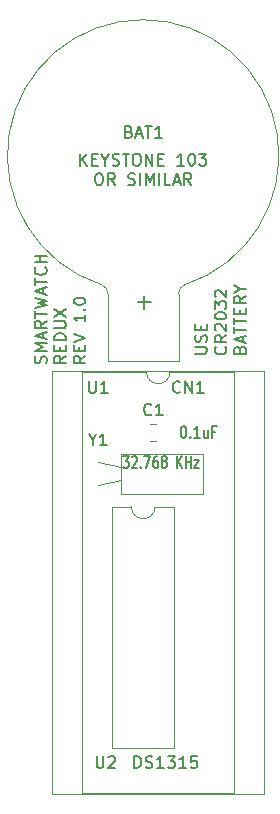
<source format=gto>
%TF.GenerationSoftware,KiCad,Pcbnew,(5.1.9)-1*%
%TF.CreationDate,2021-02-16T22:08:35+08:00*%
%TF.ProjectId,SmartWatchRedux,536d6172-7457-4617-9463-685265647578,rev?*%
%TF.SameCoordinates,Original*%
%TF.FileFunction,Legend,Top*%
%TF.FilePolarity,Positive*%
%FSLAX46Y46*%
G04 Gerber Fmt 4.6, Leading zero omitted, Abs format (unit mm)*
G04 Created by KiCad (PCBNEW (5.1.9)-1) date 2021-02-16 22:08:35*
%MOMM*%
%LPD*%
G01*
G04 APERTURE LIST*
%ADD10C,0.150000*%
%ADD11C,0.120000*%
G04 APERTURE END LIST*
D10*
X108609761Y-61434023D02*
X108657380Y-61291166D01*
X108657380Y-61053071D01*
X108609761Y-60957833D01*
X108562142Y-60910214D01*
X108466904Y-60862595D01*
X108371666Y-60862595D01*
X108276428Y-60910214D01*
X108228809Y-60957833D01*
X108181190Y-61053071D01*
X108133571Y-61243547D01*
X108085952Y-61338785D01*
X108038333Y-61386404D01*
X107943095Y-61434023D01*
X107847857Y-61434023D01*
X107752619Y-61386404D01*
X107705000Y-61338785D01*
X107657380Y-61243547D01*
X107657380Y-61005452D01*
X107705000Y-60862595D01*
X108657380Y-60434023D02*
X107657380Y-60434023D01*
X108371666Y-60100690D01*
X107657380Y-59767357D01*
X108657380Y-59767357D01*
X108371666Y-59338785D02*
X108371666Y-58862595D01*
X108657380Y-59434023D02*
X107657380Y-59100690D01*
X108657380Y-58767357D01*
X108657380Y-57862595D02*
X108181190Y-58195928D01*
X108657380Y-58434023D02*
X107657380Y-58434023D01*
X107657380Y-58053071D01*
X107705000Y-57957833D01*
X107752619Y-57910214D01*
X107847857Y-57862595D01*
X107990714Y-57862595D01*
X108085952Y-57910214D01*
X108133571Y-57957833D01*
X108181190Y-58053071D01*
X108181190Y-58434023D01*
X107657380Y-57576880D02*
X107657380Y-57005452D01*
X108657380Y-57291166D02*
X107657380Y-57291166D01*
X107657380Y-56767357D02*
X108657380Y-56529261D01*
X107943095Y-56338785D01*
X108657380Y-56148309D01*
X107657380Y-55910214D01*
X108371666Y-55576880D02*
X108371666Y-55100690D01*
X108657380Y-55672119D02*
X107657380Y-55338785D01*
X108657380Y-55005452D01*
X107657380Y-54814976D02*
X107657380Y-54243547D01*
X108657380Y-54529261D02*
X107657380Y-54529261D01*
X108562142Y-53338785D02*
X108609761Y-53386404D01*
X108657380Y-53529261D01*
X108657380Y-53624500D01*
X108609761Y-53767357D01*
X108514523Y-53862595D01*
X108419285Y-53910214D01*
X108228809Y-53957833D01*
X108085952Y-53957833D01*
X107895476Y-53910214D01*
X107800238Y-53862595D01*
X107705000Y-53767357D01*
X107657380Y-53624500D01*
X107657380Y-53529261D01*
X107705000Y-53386404D01*
X107752619Y-53338785D01*
X108657380Y-52910214D02*
X107657380Y-52910214D01*
X108133571Y-52910214D02*
X108133571Y-52338785D01*
X108657380Y-52338785D02*
X107657380Y-52338785D01*
X110307380Y-60814976D02*
X109831190Y-61148309D01*
X110307380Y-61386404D02*
X109307380Y-61386404D01*
X109307380Y-61005452D01*
X109355000Y-60910214D01*
X109402619Y-60862595D01*
X109497857Y-60814976D01*
X109640714Y-60814976D01*
X109735952Y-60862595D01*
X109783571Y-60910214D01*
X109831190Y-61005452D01*
X109831190Y-61386404D01*
X109783571Y-60386404D02*
X109783571Y-60053071D01*
X110307380Y-59910214D02*
X110307380Y-60386404D01*
X109307380Y-60386404D01*
X109307380Y-59910214D01*
X110307380Y-59481642D02*
X109307380Y-59481642D01*
X109307380Y-59243547D01*
X109355000Y-59100690D01*
X109450238Y-59005452D01*
X109545476Y-58957833D01*
X109735952Y-58910214D01*
X109878809Y-58910214D01*
X110069285Y-58957833D01*
X110164523Y-59005452D01*
X110259761Y-59100690D01*
X110307380Y-59243547D01*
X110307380Y-59481642D01*
X109307380Y-58481642D02*
X110116904Y-58481642D01*
X110212142Y-58434023D01*
X110259761Y-58386404D01*
X110307380Y-58291166D01*
X110307380Y-58100690D01*
X110259761Y-58005452D01*
X110212142Y-57957833D01*
X110116904Y-57910214D01*
X109307380Y-57910214D01*
X109307380Y-57529261D02*
X110307380Y-56862595D01*
X109307380Y-56862595D02*
X110307380Y-57529261D01*
X111957380Y-60814976D02*
X111481190Y-61148309D01*
X111957380Y-61386404D02*
X110957380Y-61386404D01*
X110957380Y-61005452D01*
X111005000Y-60910214D01*
X111052619Y-60862595D01*
X111147857Y-60814976D01*
X111290714Y-60814976D01*
X111385952Y-60862595D01*
X111433571Y-60910214D01*
X111481190Y-61005452D01*
X111481190Y-61386404D01*
X111433571Y-60386404D02*
X111433571Y-60053071D01*
X111957380Y-59910214D02*
X111957380Y-60386404D01*
X110957380Y-60386404D01*
X110957380Y-59910214D01*
X110957380Y-59624500D02*
X111957380Y-59291166D01*
X110957380Y-58957833D01*
X111957380Y-57338785D02*
X111957380Y-57910214D01*
X111957380Y-57624500D02*
X110957380Y-57624500D01*
X111100238Y-57719738D01*
X111195476Y-57814976D01*
X111243095Y-57910214D01*
X111862142Y-56910214D02*
X111909761Y-56862595D01*
X111957380Y-56910214D01*
X111909761Y-56957833D01*
X111862142Y-56910214D01*
X111957380Y-56910214D01*
X110957380Y-56243547D02*
X110957380Y-56148309D01*
X111005000Y-56053071D01*
X111052619Y-56005452D01*
X111147857Y-55957833D01*
X111338333Y-55910214D01*
X111576428Y-55910214D01*
X111766904Y-55957833D01*
X111862142Y-56005452D01*
X111909761Y-56053071D01*
X111957380Y-56148309D01*
X111957380Y-56243547D01*
X111909761Y-56338785D01*
X111862142Y-56386404D01*
X111766904Y-56434023D01*
X111576428Y-56481642D01*
X111338333Y-56481642D01*
X111147857Y-56434023D01*
X111052619Y-56386404D01*
X111005000Y-56338785D01*
X110957380Y-56243547D01*
X121246380Y-60624404D02*
X122055904Y-60624404D01*
X122151142Y-60576785D01*
X122198761Y-60529166D01*
X122246380Y-60433928D01*
X122246380Y-60243452D01*
X122198761Y-60148214D01*
X122151142Y-60100595D01*
X122055904Y-60052976D01*
X121246380Y-60052976D01*
X122198761Y-59624404D02*
X122246380Y-59481547D01*
X122246380Y-59243452D01*
X122198761Y-59148214D01*
X122151142Y-59100595D01*
X122055904Y-59052976D01*
X121960666Y-59052976D01*
X121865428Y-59100595D01*
X121817809Y-59148214D01*
X121770190Y-59243452D01*
X121722571Y-59433928D01*
X121674952Y-59529166D01*
X121627333Y-59576785D01*
X121532095Y-59624404D01*
X121436857Y-59624404D01*
X121341619Y-59576785D01*
X121294000Y-59529166D01*
X121246380Y-59433928D01*
X121246380Y-59195833D01*
X121294000Y-59052976D01*
X121722571Y-58624404D02*
X121722571Y-58291071D01*
X122246380Y-58148214D02*
X122246380Y-58624404D01*
X121246380Y-58624404D01*
X121246380Y-58148214D01*
X123801142Y-60052976D02*
X123848761Y-60100595D01*
X123896380Y-60243452D01*
X123896380Y-60338690D01*
X123848761Y-60481547D01*
X123753523Y-60576785D01*
X123658285Y-60624404D01*
X123467809Y-60672023D01*
X123324952Y-60672023D01*
X123134476Y-60624404D01*
X123039238Y-60576785D01*
X122944000Y-60481547D01*
X122896380Y-60338690D01*
X122896380Y-60243452D01*
X122944000Y-60100595D01*
X122991619Y-60052976D01*
X123896380Y-59052976D02*
X123420190Y-59386309D01*
X123896380Y-59624404D02*
X122896380Y-59624404D01*
X122896380Y-59243452D01*
X122944000Y-59148214D01*
X122991619Y-59100595D01*
X123086857Y-59052976D01*
X123229714Y-59052976D01*
X123324952Y-59100595D01*
X123372571Y-59148214D01*
X123420190Y-59243452D01*
X123420190Y-59624404D01*
X122991619Y-58672023D02*
X122944000Y-58624404D01*
X122896380Y-58529166D01*
X122896380Y-58291071D01*
X122944000Y-58195833D01*
X122991619Y-58148214D01*
X123086857Y-58100595D01*
X123182095Y-58100595D01*
X123324952Y-58148214D01*
X123896380Y-58719642D01*
X123896380Y-58100595D01*
X122896380Y-57481547D02*
X122896380Y-57386309D01*
X122944000Y-57291071D01*
X122991619Y-57243452D01*
X123086857Y-57195833D01*
X123277333Y-57148214D01*
X123515428Y-57148214D01*
X123705904Y-57195833D01*
X123801142Y-57243452D01*
X123848761Y-57291071D01*
X123896380Y-57386309D01*
X123896380Y-57481547D01*
X123848761Y-57576785D01*
X123801142Y-57624404D01*
X123705904Y-57672023D01*
X123515428Y-57719642D01*
X123277333Y-57719642D01*
X123086857Y-57672023D01*
X122991619Y-57624404D01*
X122944000Y-57576785D01*
X122896380Y-57481547D01*
X122896380Y-56814880D02*
X122896380Y-56195833D01*
X123277333Y-56529166D01*
X123277333Y-56386309D01*
X123324952Y-56291071D01*
X123372571Y-56243452D01*
X123467809Y-56195833D01*
X123705904Y-56195833D01*
X123801142Y-56243452D01*
X123848761Y-56291071D01*
X123896380Y-56386309D01*
X123896380Y-56672023D01*
X123848761Y-56767261D01*
X123801142Y-56814880D01*
X122991619Y-55814880D02*
X122944000Y-55767261D01*
X122896380Y-55672023D01*
X122896380Y-55433928D01*
X122944000Y-55338690D01*
X122991619Y-55291071D01*
X123086857Y-55243452D01*
X123182095Y-55243452D01*
X123324952Y-55291071D01*
X123896380Y-55862500D01*
X123896380Y-55243452D01*
X125022571Y-60291071D02*
X125070190Y-60148214D01*
X125117809Y-60100595D01*
X125213047Y-60052976D01*
X125355904Y-60052976D01*
X125451142Y-60100595D01*
X125498761Y-60148214D01*
X125546380Y-60243452D01*
X125546380Y-60624404D01*
X124546380Y-60624404D01*
X124546380Y-60291071D01*
X124594000Y-60195833D01*
X124641619Y-60148214D01*
X124736857Y-60100595D01*
X124832095Y-60100595D01*
X124927333Y-60148214D01*
X124974952Y-60195833D01*
X125022571Y-60291071D01*
X125022571Y-60624404D01*
X125260666Y-59672023D02*
X125260666Y-59195833D01*
X125546380Y-59767261D02*
X124546380Y-59433928D01*
X125546380Y-59100595D01*
X124546380Y-58910119D02*
X124546380Y-58338690D01*
X125546380Y-58624404D02*
X124546380Y-58624404D01*
X124546380Y-58148214D02*
X124546380Y-57576785D01*
X125546380Y-57862500D02*
X124546380Y-57862500D01*
X125022571Y-57243452D02*
X125022571Y-56910119D01*
X125546380Y-56767261D02*
X125546380Y-57243452D01*
X124546380Y-57243452D01*
X124546380Y-56767261D01*
X125546380Y-55767261D02*
X125070190Y-56100595D01*
X125546380Y-56338690D02*
X124546380Y-56338690D01*
X124546380Y-55957738D01*
X124594000Y-55862500D01*
X124641619Y-55814880D01*
X124736857Y-55767261D01*
X124879714Y-55767261D01*
X124974952Y-55814880D01*
X125022571Y-55862500D01*
X125070190Y-55957738D01*
X125070190Y-56338690D01*
X125070190Y-55148214D02*
X125546380Y-55148214D01*
X124546380Y-55481547D02*
X125070190Y-55148214D01*
X124546380Y-54814880D01*
X111530476Y-44712380D02*
X111530476Y-43712380D01*
X112101904Y-44712380D02*
X111673333Y-44140952D01*
X112101904Y-43712380D02*
X111530476Y-44283809D01*
X112530476Y-44188571D02*
X112863809Y-44188571D01*
X113006666Y-44712380D02*
X112530476Y-44712380D01*
X112530476Y-43712380D01*
X113006666Y-43712380D01*
X113625714Y-44236190D02*
X113625714Y-44712380D01*
X113292380Y-43712380D02*
X113625714Y-44236190D01*
X113959047Y-43712380D01*
X114244761Y-44664761D02*
X114387619Y-44712380D01*
X114625714Y-44712380D01*
X114720952Y-44664761D01*
X114768571Y-44617142D01*
X114816190Y-44521904D01*
X114816190Y-44426666D01*
X114768571Y-44331428D01*
X114720952Y-44283809D01*
X114625714Y-44236190D01*
X114435238Y-44188571D01*
X114340000Y-44140952D01*
X114292380Y-44093333D01*
X114244761Y-43998095D01*
X114244761Y-43902857D01*
X114292380Y-43807619D01*
X114340000Y-43760000D01*
X114435238Y-43712380D01*
X114673333Y-43712380D01*
X114816190Y-43760000D01*
X115101904Y-43712380D02*
X115673333Y-43712380D01*
X115387619Y-44712380D02*
X115387619Y-43712380D01*
X116197142Y-43712380D02*
X116387619Y-43712380D01*
X116482857Y-43760000D01*
X116578095Y-43855238D01*
X116625714Y-44045714D01*
X116625714Y-44379047D01*
X116578095Y-44569523D01*
X116482857Y-44664761D01*
X116387619Y-44712380D01*
X116197142Y-44712380D01*
X116101904Y-44664761D01*
X116006666Y-44569523D01*
X115959047Y-44379047D01*
X115959047Y-44045714D01*
X116006666Y-43855238D01*
X116101904Y-43760000D01*
X116197142Y-43712380D01*
X117054285Y-44712380D02*
X117054285Y-43712380D01*
X117625714Y-44712380D01*
X117625714Y-43712380D01*
X118101904Y-44188571D02*
X118435238Y-44188571D01*
X118578095Y-44712380D02*
X118101904Y-44712380D01*
X118101904Y-43712380D01*
X118578095Y-43712380D01*
X120292380Y-44712380D02*
X119720952Y-44712380D01*
X120006666Y-44712380D02*
X120006666Y-43712380D01*
X119911428Y-43855238D01*
X119816190Y-43950476D01*
X119720952Y-43998095D01*
X120911428Y-43712380D02*
X121006666Y-43712380D01*
X121101904Y-43760000D01*
X121149523Y-43807619D01*
X121197142Y-43902857D01*
X121244761Y-44093333D01*
X121244761Y-44331428D01*
X121197142Y-44521904D01*
X121149523Y-44617142D01*
X121101904Y-44664761D01*
X121006666Y-44712380D01*
X120911428Y-44712380D01*
X120816190Y-44664761D01*
X120768571Y-44617142D01*
X120720952Y-44521904D01*
X120673333Y-44331428D01*
X120673333Y-44093333D01*
X120720952Y-43902857D01*
X120768571Y-43807619D01*
X120816190Y-43760000D01*
X120911428Y-43712380D01*
X121578095Y-43712380D02*
X122197142Y-43712380D01*
X121863809Y-44093333D01*
X122006666Y-44093333D01*
X122101904Y-44140952D01*
X122149523Y-44188571D01*
X122197142Y-44283809D01*
X122197142Y-44521904D01*
X122149523Y-44617142D01*
X122101904Y-44664761D01*
X122006666Y-44712380D01*
X121720952Y-44712380D01*
X121625714Y-44664761D01*
X121578095Y-44617142D01*
X113006666Y-45362380D02*
X113197142Y-45362380D01*
X113292380Y-45410000D01*
X113387619Y-45505238D01*
X113435238Y-45695714D01*
X113435238Y-46029047D01*
X113387619Y-46219523D01*
X113292380Y-46314761D01*
X113197142Y-46362380D01*
X113006666Y-46362380D01*
X112911428Y-46314761D01*
X112816190Y-46219523D01*
X112768571Y-46029047D01*
X112768571Y-45695714D01*
X112816190Y-45505238D01*
X112911428Y-45410000D01*
X113006666Y-45362380D01*
X114435238Y-46362380D02*
X114101904Y-45886190D01*
X113863809Y-46362380D02*
X113863809Y-45362380D01*
X114244761Y-45362380D01*
X114340000Y-45410000D01*
X114387619Y-45457619D01*
X114435238Y-45552857D01*
X114435238Y-45695714D01*
X114387619Y-45790952D01*
X114340000Y-45838571D01*
X114244761Y-45886190D01*
X113863809Y-45886190D01*
X115578095Y-46314761D02*
X115720952Y-46362380D01*
X115959047Y-46362380D01*
X116054285Y-46314761D01*
X116101904Y-46267142D01*
X116149523Y-46171904D01*
X116149523Y-46076666D01*
X116101904Y-45981428D01*
X116054285Y-45933809D01*
X115959047Y-45886190D01*
X115768571Y-45838571D01*
X115673333Y-45790952D01*
X115625714Y-45743333D01*
X115578095Y-45648095D01*
X115578095Y-45552857D01*
X115625714Y-45457619D01*
X115673333Y-45410000D01*
X115768571Y-45362380D01*
X116006666Y-45362380D01*
X116149523Y-45410000D01*
X116578095Y-46362380D02*
X116578095Y-45362380D01*
X117054285Y-46362380D02*
X117054285Y-45362380D01*
X117387619Y-46076666D01*
X117720952Y-45362380D01*
X117720952Y-46362380D01*
X118197142Y-46362380D02*
X118197142Y-45362380D01*
X119149523Y-46362380D02*
X118673333Y-46362380D01*
X118673333Y-45362380D01*
X119435238Y-46076666D02*
X119911428Y-46076666D01*
X119340000Y-46362380D02*
X119673333Y-45362380D01*
X120006666Y-46362380D01*
X120911428Y-46362380D02*
X120578095Y-45886190D01*
X120340000Y-46362380D02*
X120340000Y-45362380D01*
X120720952Y-45362380D01*
X120816190Y-45410000D01*
X120863809Y-45457619D01*
X120911428Y-45552857D01*
X120911428Y-45695714D01*
X120863809Y-45790952D01*
X120816190Y-45838571D01*
X120720952Y-45886190D01*
X120340000Y-45886190D01*
D11*
%TO.C,C1*%
X117968752Y-68045000D02*
X117446248Y-68045000D01*
X117968752Y-66575000D02*
X117446248Y-66575000D01*
%TO.C,Y1*%
X113030000Y-69850000D02*
X114935000Y-70231000D01*
X113030000Y-71755000D02*
X114935000Y-71374000D01*
X114935000Y-72505000D02*
X121920000Y-72505000D01*
X121920000Y-69105000D02*
X114935000Y-69105000D01*
X114935000Y-69105000D02*
X114935000Y-72505000D01*
X121920000Y-72505000D02*
X121920000Y-69105000D01*
%TO.C,U1*%
X117110000Y-62170000D02*
X111650000Y-62170000D01*
X111650000Y-62170000D02*
X111650000Y-97850000D01*
X111650000Y-97850000D02*
X124570000Y-97850000D01*
X124570000Y-97850000D02*
X124570000Y-62170000D01*
X124570000Y-62170000D02*
X119110000Y-62170000D01*
X109160000Y-62110000D02*
X109160000Y-97910000D01*
X109160000Y-97910000D02*
X127060000Y-97910000D01*
X127060000Y-97910000D02*
X127060000Y-62110000D01*
X127060000Y-62110000D02*
X109160000Y-62110000D01*
X119110000Y-62170000D02*
G75*
G02*
X117110000Y-62170000I-1000000J0D01*
G01*
%TO.C,U2*%
X115840000Y-73600000D02*
X114190000Y-73600000D01*
X114190000Y-73600000D02*
X114190000Y-94040000D01*
X114190000Y-94040000D02*
X119490000Y-94040000D01*
X119490000Y-94040000D02*
X119490000Y-73600000D01*
X119490000Y-73600000D02*
X117840000Y-73600000D01*
X117840000Y-73600000D02*
G75*
G02*
X115840000Y-73600000I-1000000J0D01*
G01*
%TO.C,BAT1*%
X113840000Y-61255000D02*
X113840000Y-55555000D01*
X119840000Y-61255000D02*
X113840000Y-61255000D01*
X119840000Y-61255000D02*
X119840000Y-55555000D01*
X113313616Y-54803246D02*
G75*
G02*
X113840000Y-55555000I-273616J-751754D01*
G01*
X116885281Y-32359329D02*
G75*
G03*
X113340000Y-54805000I-45281J-11495671D01*
G01*
X120366384Y-54803246D02*
G75*
G03*
X119840000Y-55555000I273616J-751754D01*
G01*
X116794719Y-32359329D02*
G75*
G02*
X120340000Y-54805000I45281J-11495671D01*
G01*
%TD*%
%TO.C,CN1*%
D10*
X119959523Y-63857142D02*
X119911904Y-63904761D01*
X119769047Y-63952380D01*
X119673809Y-63952380D01*
X119530952Y-63904761D01*
X119435714Y-63809523D01*
X119388095Y-63714285D01*
X119340476Y-63523809D01*
X119340476Y-63380952D01*
X119388095Y-63190476D01*
X119435714Y-63095238D01*
X119530952Y-63000000D01*
X119673809Y-62952380D01*
X119769047Y-62952380D01*
X119911904Y-63000000D01*
X119959523Y-63047619D01*
X120388095Y-63952380D02*
X120388095Y-62952380D01*
X120959523Y-63952380D01*
X120959523Y-62952380D01*
X121959523Y-63952380D02*
X121388095Y-63952380D01*
X121673809Y-63952380D02*
X121673809Y-62952380D01*
X121578571Y-63095238D01*
X121483333Y-63190476D01*
X121388095Y-63238095D01*
%TO.C,C1*%
X117540833Y-65762142D02*
X117493214Y-65809761D01*
X117350357Y-65857380D01*
X117255119Y-65857380D01*
X117112261Y-65809761D01*
X117017023Y-65714523D01*
X116969404Y-65619285D01*
X116921785Y-65428809D01*
X116921785Y-65285952D01*
X116969404Y-65095476D01*
X117017023Y-65000238D01*
X117112261Y-64905000D01*
X117255119Y-64857380D01*
X117350357Y-64857380D01*
X117493214Y-64905000D01*
X117540833Y-64952619D01*
X118493214Y-65857380D02*
X117921785Y-65857380D01*
X118207500Y-65857380D02*
X118207500Y-64857380D01*
X118112261Y-65000238D01*
X118017023Y-65095476D01*
X117921785Y-65143095D01*
X120203214Y-66762380D02*
X120279404Y-66762380D01*
X120355595Y-66810000D01*
X120393690Y-66857619D01*
X120431785Y-66952857D01*
X120469880Y-67143333D01*
X120469880Y-67381428D01*
X120431785Y-67571904D01*
X120393690Y-67667142D01*
X120355595Y-67714761D01*
X120279404Y-67762380D01*
X120203214Y-67762380D01*
X120127023Y-67714761D01*
X120088928Y-67667142D01*
X120050833Y-67571904D01*
X120012738Y-67381428D01*
X120012738Y-67143333D01*
X120050833Y-66952857D01*
X120088928Y-66857619D01*
X120127023Y-66810000D01*
X120203214Y-66762380D01*
X120812738Y-67667142D02*
X120850833Y-67714761D01*
X120812738Y-67762380D01*
X120774642Y-67714761D01*
X120812738Y-67667142D01*
X120812738Y-67762380D01*
X121612738Y-67762380D02*
X121155595Y-67762380D01*
X121384166Y-67762380D02*
X121384166Y-66762380D01*
X121307976Y-66905238D01*
X121231785Y-67000476D01*
X121155595Y-67048095D01*
X122298452Y-67095714D02*
X122298452Y-67762380D01*
X121955595Y-67095714D02*
X121955595Y-67619523D01*
X121993690Y-67714761D01*
X122069880Y-67762380D01*
X122184166Y-67762380D01*
X122260357Y-67714761D01*
X122298452Y-67667142D01*
X122946071Y-67238571D02*
X122679404Y-67238571D01*
X122679404Y-67762380D02*
X122679404Y-66762380D01*
X123060357Y-66762380D01*
%TO.C,Y1*%
X112553809Y-67921190D02*
X112553809Y-68397380D01*
X112220476Y-67397380D02*
X112553809Y-67921190D01*
X112887142Y-67397380D01*
X113744285Y-68397380D02*
X113172857Y-68397380D01*
X113458571Y-68397380D02*
X113458571Y-67397380D01*
X113363333Y-67540238D01*
X113268095Y-67635476D01*
X113172857Y-67683095D01*
X115149714Y-69302380D02*
X115614000Y-69302380D01*
X115364000Y-69683333D01*
X115471142Y-69683333D01*
X115542571Y-69730952D01*
X115578285Y-69778571D01*
X115614000Y-69873809D01*
X115614000Y-70111904D01*
X115578285Y-70207142D01*
X115542571Y-70254761D01*
X115471142Y-70302380D01*
X115256857Y-70302380D01*
X115185428Y-70254761D01*
X115149714Y-70207142D01*
X115899714Y-69397619D02*
X115935428Y-69350000D01*
X116006857Y-69302380D01*
X116185428Y-69302380D01*
X116256857Y-69350000D01*
X116292571Y-69397619D01*
X116328285Y-69492857D01*
X116328285Y-69588095D01*
X116292571Y-69730952D01*
X115864000Y-70302380D01*
X116328285Y-70302380D01*
X116649714Y-70207142D02*
X116685428Y-70254761D01*
X116649714Y-70302380D01*
X116614000Y-70254761D01*
X116649714Y-70207142D01*
X116649714Y-70302380D01*
X116935428Y-69302380D02*
X117435428Y-69302380D01*
X117114000Y-70302380D01*
X118042571Y-69302380D02*
X117899714Y-69302380D01*
X117828285Y-69350000D01*
X117792571Y-69397619D01*
X117721142Y-69540476D01*
X117685428Y-69730952D01*
X117685428Y-70111904D01*
X117721142Y-70207142D01*
X117756857Y-70254761D01*
X117828285Y-70302380D01*
X117971142Y-70302380D01*
X118042571Y-70254761D01*
X118078285Y-70207142D01*
X118114000Y-70111904D01*
X118114000Y-69873809D01*
X118078285Y-69778571D01*
X118042571Y-69730952D01*
X117971142Y-69683333D01*
X117828285Y-69683333D01*
X117756857Y-69730952D01*
X117721142Y-69778571D01*
X117685428Y-69873809D01*
X118542571Y-69730952D02*
X118471142Y-69683333D01*
X118435428Y-69635714D01*
X118399714Y-69540476D01*
X118399714Y-69492857D01*
X118435428Y-69397619D01*
X118471142Y-69350000D01*
X118542571Y-69302380D01*
X118685428Y-69302380D01*
X118756857Y-69350000D01*
X118792571Y-69397619D01*
X118828285Y-69492857D01*
X118828285Y-69540476D01*
X118792571Y-69635714D01*
X118756857Y-69683333D01*
X118685428Y-69730952D01*
X118542571Y-69730952D01*
X118471142Y-69778571D01*
X118435428Y-69826190D01*
X118399714Y-69921428D01*
X118399714Y-70111904D01*
X118435428Y-70207142D01*
X118471142Y-70254761D01*
X118542571Y-70302380D01*
X118685428Y-70302380D01*
X118756857Y-70254761D01*
X118792571Y-70207142D01*
X118828285Y-70111904D01*
X118828285Y-69921428D01*
X118792571Y-69826190D01*
X118756857Y-69778571D01*
X118685428Y-69730952D01*
X119721142Y-70302380D02*
X119721142Y-69302380D01*
X120149714Y-70302380D02*
X119828285Y-69730952D01*
X120149714Y-69302380D02*
X119721142Y-69873809D01*
X120471142Y-70302380D02*
X120471142Y-69302380D01*
X120471142Y-69778571D02*
X120899714Y-69778571D01*
X120899714Y-70302380D02*
X120899714Y-69302380D01*
X121185428Y-69635714D02*
X121578285Y-69635714D01*
X121185428Y-70302380D01*
X121578285Y-70302380D01*
%TO.C,U1*%
X112268095Y-62952380D02*
X112268095Y-63761904D01*
X112315714Y-63857142D01*
X112363333Y-63904761D01*
X112458571Y-63952380D01*
X112649047Y-63952380D01*
X112744285Y-63904761D01*
X112791904Y-63857142D01*
X112839523Y-63761904D01*
X112839523Y-62952380D01*
X113839523Y-63952380D02*
X113268095Y-63952380D01*
X113553809Y-63952380D02*
X113553809Y-62952380D01*
X113458571Y-63095238D01*
X113363333Y-63190476D01*
X113268095Y-63238095D01*
%TO.C,U2*%
X112903095Y-94702380D02*
X112903095Y-95511904D01*
X112950714Y-95607142D01*
X112998333Y-95654761D01*
X113093571Y-95702380D01*
X113284047Y-95702380D01*
X113379285Y-95654761D01*
X113426904Y-95607142D01*
X113474523Y-95511904D01*
X113474523Y-94702380D01*
X113903095Y-94797619D02*
X113950714Y-94750000D01*
X114045952Y-94702380D01*
X114284047Y-94702380D01*
X114379285Y-94750000D01*
X114426904Y-94797619D01*
X114474523Y-94892857D01*
X114474523Y-94988095D01*
X114426904Y-95130952D01*
X113855476Y-95702380D01*
X114474523Y-95702380D01*
X116102142Y-95702380D02*
X116102142Y-94702380D01*
X116340238Y-94702380D01*
X116483095Y-94750000D01*
X116578333Y-94845238D01*
X116625952Y-94940476D01*
X116673571Y-95130952D01*
X116673571Y-95273809D01*
X116625952Y-95464285D01*
X116578333Y-95559523D01*
X116483095Y-95654761D01*
X116340238Y-95702380D01*
X116102142Y-95702380D01*
X117054523Y-95654761D02*
X117197380Y-95702380D01*
X117435476Y-95702380D01*
X117530714Y-95654761D01*
X117578333Y-95607142D01*
X117625952Y-95511904D01*
X117625952Y-95416666D01*
X117578333Y-95321428D01*
X117530714Y-95273809D01*
X117435476Y-95226190D01*
X117245000Y-95178571D01*
X117149761Y-95130952D01*
X117102142Y-95083333D01*
X117054523Y-94988095D01*
X117054523Y-94892857D01*
X117102142Y-94797619D01*
X117149761Y-94750000D01*
X117245000Y-94702380D01*
X117483095Y-94702380D01*
X117625952Y-94750000D01*
X118578333Y-95702380D02*
X118006904Y-95702380D01*
X118292619Y-95702380D02*
X118292619Y-94702380D01*
X118197380Y-94845238D01*
X118102142Y-94940476D01*
X118006904Y-94988095D01*
X118911666Y-94702380D02*
X119530714Y-94702380D01*
X119197380Y-95083333D01*
X119340238Y-95083333D01*
X119435476Y-95130952D01*
X119483095Y-95178571D01*
X119530714Y-95273809D01*
X119530714Y-95511904D01*
X119483095Y-95607142D01*
X119435476Y-95654761D01*
X119340238Y-95702380D01*
X119054523Y-95702380D01*
X118959285Y-95654761D01*
X118911666Y-95607142D01*
X120483095Y-95702380D02*
X119911666Y-95702380D01*
X120197380Y-95702380D02*
X120197380Y-94702380D01*
X120102142Y-94845238D01*
X120006904Y-94940476D01*
X119911666Y-94988095D01*
X121387857Y-94702380D02*
X120911666Y-94702380D01*
X120864047Y-95178571D01*
X120911666Y-95130952D01*
X121006904Y-95083333D01*
X121245000Y-95083333D01*
X121340238Y-95130952D01*
X121387857Y-95178571D01*
X121435476Y-95273809D01*
X121435476Y-95511904D01*
X121387857Y-95607142D01*
X121340238Y-95654761D01*
X121245000Y-95702380D01*
X121006904Y-95702380D01*
X120911666Y-95654761D01*
X120864047Y-95607142D01*
%TO.C,BAT1*%
X115625714Y-41838571D02*
X115768571Y-41886190D01*
X115816190Y-41933809D01*
X115863809Y-42029047D01*
X115863809Y-42171904D01*
X115816190Y-42267142D01*
X115768571Y-42314761D01*
X115673333Y-42362380D01*
X115292380Y-42362380D01*
X115292380Y-41362380D01*
X115625714Y-41362380D01*
X115720952Y-41410000D01*
X115768571Y-41457619D01*
X115816190Y-41552857D01*
X115816190Y-41648095D01*
X115768571Y-41743333D01*
X115720952Y-41790952D01*
X115625714Y-41838571D01*
X115292380Y-41838571D01*
X116244761Y-42076666D02*
X116720952Y-42076666D01*
X116149523Y-42362380D02*
X116482857Y-41362380D01*
X116816190Y-42362380D01*
X117006666Y-41362380D02*
X117578095Y-41362380D01*
X117292380Y-42362380D02*
X117292380Y-41362380D01*
X118435238Y-42362380D02*
X117863809Y-42362380D01*
X118149523Y-42362380D02*
X118149523Y-41362380D01*
X118054285Y-41505238D01*
X117959047Y-41600476D01*
X117863809Y-41648095D01*
X116947142Y-56876428D02*
X116947142Y-55733571D01*
X117518571Y-56305000D02*
X116375714Y-56305000D01*
%TD*%
M02*

</source>
